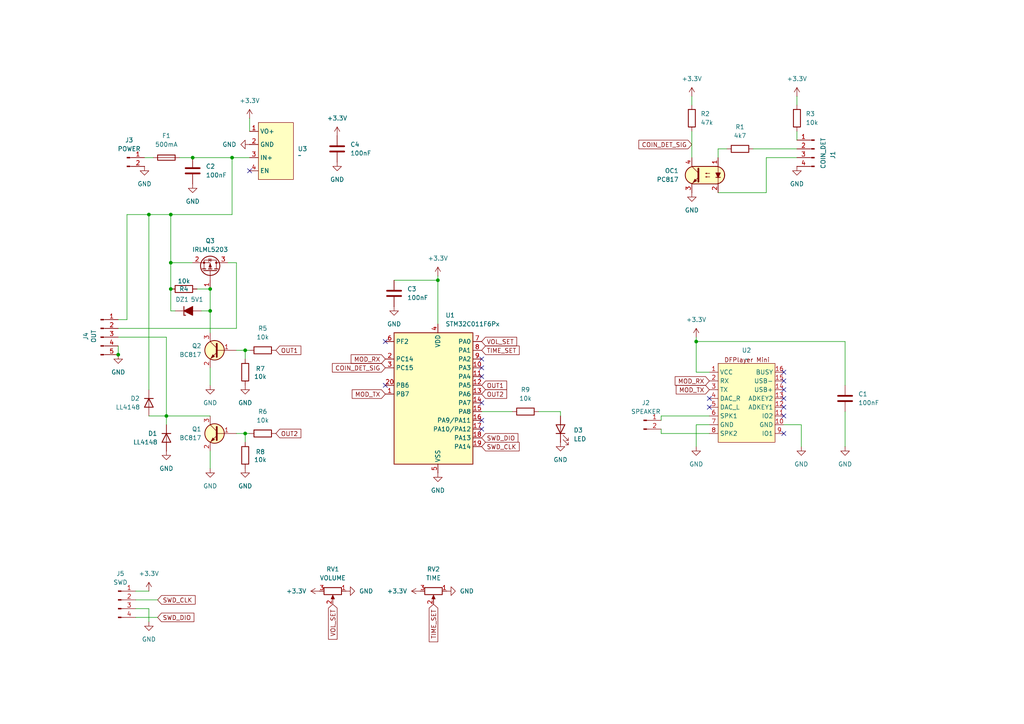
<source format=kicad_sch>
(kicad_sch (version 20231120) (generator "eeschema") (generator_version "8.0")
  (paper "A4")
  (lib_symbols
    (symbol "1MDLib:DCDC_Mini1"
      (property "Reference" "U" (at -2.286 -9.906 0))
      (symbol "DCDC_Mini1_1_1"
        (rectangle (start -6.35 7.62) (end 3.81 -8.89) (fill (type background)))
        (pin input line (at -8.89 5.08 0) (length 2.54) (name "VO+") (number "1"))
        (pin input line (at -8.89 1.27 0) (length 2.54) (name "GND") (number "2"))
        (pin input line (at -8.89 -2.54 0) (length 2.54) (name "IN+") (number "3"))
        (pin input line (at -8.89 -6.35 0) (length 2.54) (name "EN") (number "4"))
      )
    )
    (symbol "1MDLib:DFPlayerMini"
      (property "Reference" "U" (at 0 -13.208 0))
      (symbol "DFPlayerMini_1_1"
        (rectangle (start -7.62 11.43) (end 8.89 -11.43) (fill (type background)))
        (text "DFPlayer Mini" (at 0.762 12.446 0) (effects (font (size 1.27 1.27))))
        (pin input line (at -10.16 8.89 0) (length 2.54) (name "VCC") (number "1"))
        (pin input line (at 11.43 -6.35 180) (length 2.54) (name "GND") (number "10"))
        (pin input line (at 11.43 -3.81 180) (length 2.54) (name "IO2") (number "11"))
        (pin input line (at 11.43 -1.27 180) (length 2.54) (name "ADKEY1") (number "12"))
        (pin input line (at 11.43 1.27 180) (length 2.54) (name "ADKEY2") (number "13"))
        (pin input line (at 11.43 3.81 180) (length 2.54) (name "USB+") (number "14"))
        (pin input line (at 11.43 6.35 180) (length 2.54) (name "USB-") (number "15"))
        (pin input line (at 11.43 8.89 180) (length 2.54) (name "BUSY") (number "16"))
        (pin input line (at -10.16 6.35 0) (length 2.54) (name "RX") (number "2"))
        (pin input line (at -10.16 3.81 0) (length 2.54) (name "TX") (number "3"))
        (pin input line (at -10.16 1.27 0) (length 2.54) (name "DAC_R") (number "4"))
        (pin input line (at -10.16 -1.27 0) (length 2.54) (name "DAC_L") (number "5"))
        (pin input line (at -10.16 -3.81 0) (length 2.54) (name "SPK1") (number "6"))
        (pin input line (at -10.16 -6.35 0) (length 2.54) (name "GND") (number "7"))
        (pin input line (at -10.16 -8.89 0) (length 2.54) (name "SPK2") (number "8"))
        (pin input line (at 11.43 -8.89 180) (length 2.54) (name "IO1") (number "9"))
      )
    )
    (symbol "Connector:Conn_01x02_Pin" (pin_names (offset 1.016) hide)
      (property "Reference" "J" (at 0 2.54 0))
      (property "Value" "Conn_01x02_Pin" (at 0 -5.08 0))
      (symbol "Conn_01x02_Pin_1_1"
        (polyline (pts (xy 1.27 -2.54) (xy 0.8636 -2.54)) (stroke (width 0.1524)))
        (polyline (pts (xy 1.27 0) (xy 0.8636 0)) (stroke (width 0.1524)))
        (rectangle (start 0.8636 -2.413) (end 0 -2.667) (stroke (width 0.1524)) (fill (type outline)))
        (rectangle (start 0.8636 0.127) (end 0 -0.127) (stroke (width 0.1524)) (fill (type outline)))
        (pin passive line (at 5.08 0 180) (length 3.81) (name "Pin_1") (number "1"))
        (pin passive line (at 5.08 -2.54 180) (length 3.81) (name "Pin_2") (number "2"))
      )
    )
    (symbol "Connector:Conn_01x04_Pin" (pin_names (offset 1.016) hide)
      (property "Reference" "J" (at 0 5.08 0))
      (property "Value" "Conn_01x04_Pin" (at 0 -7.62 0))
      (symbol "Conn_01x04_Pin_1_1"
        (polyline (pts (xy 1.27 -5.08) (xy 0.8636 -5.08)) (stroke (width 0.1524)))
        (polyline (pts (xy 1.27 -2.54) (xy 0.8636 -2.54)) (stroke (width 0.1524)))
        (polyline (pts (xy 1.27 0) (xy 0.8636 0)) (stroke (width 0.1524)))
        (polyline (pts (xy 1.27 2.54) (xy 0.8636 2.54)) (stroke (width 0.1524)))
        (rectangle (start 0.8636 -4.953) (end 0 -5.207) (stroke (width 0.1524)) (fill (type outline)))
        (rectangle (start 0.8636 -2.413) (end 0 -2.667) (stroke (width 0.1524)) (fill (type outline)))
        (rectangle (start 0.8636 0.127) (end 0 -0.127) (stroke (width 0.1524)) (fill (type outline)))
        (rectangle (start 0.8636 2.667) (end 0 2.413) (stroke (width 0.1524)) (fill (type outline)))
        (pin passive line (at 5.08 2.54 180) (length 3.81) (name "Pin_1") (number "1"))
        (pin passive line (at 5.08 0 180) (length 3.81) (name "Pin_2") (number "2"))
        (pin passive line (at 5.08 -2.54 180) (length 3.81) (name "Pin_3") (number "3"))
        (pin passive line (at 5.08 -5.08 180) (length 3.81) (name "Pin_4") (number "4"))
      )
    )
    (symbol "Connector:Conn_01x05_Pin" (pin_names (offset 1.016) hide)
      (property "Reference" "J" (at 0 7.62 0))
      (property "Value" "Conn_01x05_Pin" (at 0 -7.62 0))
      (symbol "Conn_01x05_Pin_1_1"
        (polyline (pts (xy 1.27 -5.08) (xy 0.8636 -5.08)) (stroke (width 0.1524)))
        (polyline (pts (xy 1.27 -2.54) (xy 0.8636 -2.54)) (stroke (width 0.1524)))
        (polyline (pts (xy 1.27 0) (xy 0.8636 0)) (stroke (width 0.1524)))
        (polyline (pts (xy 1.27 2.54) (xy 0.8636 2.54)) (stroke (width 0.1524)))
        (polyline (pts (xy 1.27 5.08) (xy 0.8636 5.08)) (stroke (width 0.1524)))
        (rectangle (start 0.8636 -4.953) (end 0 -5.207) (stroke (width 0.1524)) (fill (type outline)))
        (rectangle (start 0.8636 -2.413) (end 0 -2.667) (stroke (width 0.1524)) (fill (type outline)))
        (rectangle (start 0.8636 0.127) (end 0 -0.127) (stroke (width 0.1524)) (fill (type outline)))
        (rectangle (start 0.8636 2.667) (end 0 2.413) (stroke (width 0.1524)) (fill (type outline)))
        (rectangle (start 0.8636 5.207) (end 0 4.953) (stroke (width 0.1524)) (fill (type outline)))
        (pin passive line (at 5.08 5.08 180) (length 3.81) (name "Pin_1") (number "1"))
        (pin passive line (at 5.08 2.54 180) (length 3.81) (name "Pin_2") (number "2"))
        (pin passive line (at 5.08 0 180) (length 3.81) (name "Pin_3") (number "3"))
        (pin passive line (at 5.08 -2.54 180) (length 3.81) (name "Pin_4") (number "4"))
        (pin passive line (at 5.08 -5.08 180) (length 3.81) (name "Pin_5") (number "5"))
      )
    )
    (symbol "Device:C" (pin_numbers hide) (pin_names (offset 0.254))
      (property "Reference" "C" (at 0.635 2.54 0))
      (property "Value" "C" (at 0.635 -2.54 0))
      (symbol "C_0_1"
        (polyline (pts (xy -2.032 -0.762) (xy 2.032 -0.762)) (stroke (width 0.508)))
        (polyline (pts (xy -2.032 0.762) (xy 2.032 0.762)) (stroke (width 0.508)))
      )
      (symbol "C_1_1"
        (pin passive line (at 0 3.81 270) (length 2.794) (name "~") (number "1"))
        (pin passive line (at 0 -3.81 90) (length 2.794) (name "~") (number "2"))
      )
    )
    (symbol "Device:Fuse" (pin_numbers hide) (pin_names (offset 0))
      (property "Reference" "F" (at 2.032 0 90))
      (property "Value" "Fuse" (at -1.905 0 90))
      (symbol "Fuse_0_1"
        (rectangle (start -0.762 -2.54) (end 0.762 2.54) (stroke (width 0.254)))
        (polyline (pts (xy 0 2.54) (xy 0 -2.54)))
      )
      (symbol "Fuse_1_1"
        (pin passive line (at 0 3.81 270) (length 1.27) (name "~") (number "1"))
        (pin passive line (at 0 -3.81 90) (length 1.27) (name "~") (number "2"))
      )
    )
    (symbol "Device:LED" (pin_numbers hide) (pin_names (offset 1.016) hide)
      (property "Reference" "D" (at 0 2.54 0))
      (property "Value" "LED" (at 0 -2.54 0))
      (symbol "LED_0_1"
        (polyline (pts (xy -1.27 -1.27) (xy -1.27 1.27)) (stroke (width 0.254)))
        (polyline (pts (xy -1.27 0) (xy 1.27 0)))
        (polyline (pts (xy 1.27 -1.27) (xy 1.27 1.27) (xy -1.27 0) (xy 1.27 -1.27)) (stroke (width 0.254)))
        (polyline (pts (xy -3.048 -0.762) (xy -4.572 -2.286) (xy -3.81 -2.286) (xy -4.572 -2.286) (xy -4.572 -1.524)))
        (polyline (pts (xy -1.778 -0.762) (xy -3.302 -2.286) (xy -2.54 -2.286) (xy -3.302 -2.286) (xy -3.302 -1.524)))
      )
      (symbol "LED_1_1"
        (pin passive line (at -3.81 0 0) (length 2.54) (name "K") (number "1"))
        (pin passive line (at 3.81 0 180) (length 2.54) (name "A") (number "2"))
      )
    )
    (symbol "Device:R" (pin_numbers hide) (pin_names (offset 0))
      (property "Reference" "R" (at 2.032 0 90))
      (property "Value" "R" (at 0 0 90))
      (symbol "R_0_1"
        (rectangle (start -1.016 -2.54) (end 1.016 2.54) (stroke (width 0.254)))
      )
      (symbol "R_1_1"
        (pin passive line (at 0 3.81 270) (length 1.27) (name "~") (number "1"))
        (pin passive line (at 0 -3.81 90) (length 1.27) (name "~") (number "2"))
      )
    )
    (symbol "Device:R_Potentiometer" (pin_names (offset 1.016) hide)
      (property "Reference" "RV" (at -4.445 0 90))
      (property "Value" "R_Potentiometer" (at -2.54 0 90))
      (symbol "R_Potentiometer_0_1"
        (polyline (pts (xy 2.54 0) (xy 1.524 0)))
        (polyline (pts (xy 1.143 0) (xy 2.286 0.508) (xy 2.286 -0.508) (xy 1.143 0)) (fill (type outline)))
        (rectangle (start 1.016 2.54) (end -1.016 -2.54) (stroke (width 0.254)))
      )
      (symbol "R_Potentiometer_1_1"
        (pin passive line (at 0 3.81 270) (length 1.27) (name "1") (number "1"))
        (pin passive line (at 3.81 0 180) (length 1.27) (name "2") (number "2"))
        (pin passive line (at 0 -3.81 90) (length 1.27) (name "3") (number "3"))
      )
    )
    (symbol "Diode:LL4148" (pin_numbers hide) (pin_names hide)
      (property "Reference" "D" (at 0 2.54 0))
      (property "Value" "LL4148" (at 0 -2.54 0))
      (symbol "LL4148_0_1"
        (polyline (pts (xy -1.27 1.27) (xy -1.27 -1.27)) (stroke (width 0.254)))
        (polyline (pts (xy 1.27 0) (xy -1.27 0)))
        (polyline (pts (xy 1.27 1.27) (xy 1.27 -1.27) (xy -1.27 0) (xy 1.27 1.27)) (stroke (width 0.254)))
      )
      (symbol "LL4148_1_1"
        (pin passive line (at -3.81 0 0) (length 2.54) (name "K") (number "1"))
        (pin passive line (at 3.81 0 180) (length 2.54) (name "A") (number "2"))
      )
    )
    (symbol "Diode_Zener_AKL:D_Zener_Generic" (pin_numbers hide) (pin_names (offset 1.016) hide)
      (property "Reference" "DZ" (at 0 5.08 0))
      (property "Value" "D_Zener_Generic" (at 0 2.54 0))
      (symbol "D_Zener_Generic_0_1"
        (polyline (pts (xy -1.27 0) (xy 1.27 0)))
        (polyline (pts (xy 1.27 1.27) (xy 0.762 1.27)) (stroke (width 0.254)))
        (polyline (pts (xy 1.27 1.27) (xy 1.27 -1.27)) (stroke (width 0.254)))
        (polyline (pts (xy -1.27 -1.27) (xy -1.27 1.27) (xy 1.27 0) (xy -1.27 -1.27)) (stroke (width 0.254)) (fill (type outline)))
      )
      (symbol "D_Zener_Generic_1_1"
        (pin passive line (at 3.81 0 180) (length 2.54) (name "K") (number "1"))
        (pin passive line (at -3.81 0 0) (length 2.54) (name "A") (number "2"))
      )
    )
    (symbol "MCU_ST_STM32C0:STM32C011F6Px"
      (property "Reference" "U" (at -10.16 21.59 0))
      (property "Value" "STM32C011F6Px" (at 5.08 21.59 0))
      (symbol "STM32C011F6Px_0_1"
        (rectangle (start -10.16 -17.78) (end 12.7 20.32) (stroke (width 0.254)) (fill (type background)))
      )
      (symbol "STM32C011F6Px_1_1"
        (pin bidirectional line (at -12.7 2.54 0) (length 2.54) (name "PB7") (number "1"))
        (pin bidirectional line (at 15.24 10.16 180) (length 2.54) (name "PA3") (number "10"))
        (pin bidirectional line (at 15.24 7.62 180) (length 2.54) (name "PA4") (number "11"))
        (pin bidirectional line (at 15.24 5.08 180) (length 2.54) (name "PA5") (number "12"))
        (pin bidirectional line (at 15.24 2.54 180) (length 2.54) (name "PA6") (number "13"))
        (pin bidirectional line (at 15.24 0 180) (length 2.54) (name "PA7") (number "14"))
        (pin bidirectional line (at 15.24 -2.54 180) (length 2.54) (name "PA8") (number "15"))
        (pin bidirectional line (at 15.24 -5.08 180) (length 2.54) (name "PA9/PA11") (number "16"))
        (pin bidirectional line (at 15.24 -7.62 180) (length 2.54) (name "PA10/PA12") (number "17"))
        (pin bidirectional line (at 15.24 -10.16 180) (length 2.54) (name "PA13") (number "18"))
        (pin bidirectional line (at 15.24 -12.7 180) (length 2.54) (name "PA14") (number "19"))
        (pin bidirectional line (at -12.7 12.7 0) (length 2.54) (name "PC14") (number "2"))
        (pin bidirectional line (at -12.7 5.08 0) (length 2.54) (name "PB6") (number "20"))
        (pin bidirectional line (at -12.7 10.16 0) (length 2.54) (name "PC15") (number "3"))
        (pin power_in line (at 2.54 22.86 270) (length 2.54) (name "VDD") (number "4"))
        (pin power_in line (at 2.54 -20.32 90) (length 2.54) (name "VSS") (number "5"))
        (pin bidirectional line (at -12.7 17.78 0) (length 2.54) (name "PF2") (number "6"))
        (pin bidirectional line (at 15.24 17.78 180) (length 2.54) (name "PA0") (number "7"))
        (pin bidirectional line (at 15.24 15.24 180) (length 2.54) (name "PA1") (number "8"))
        (pin bidirectional line (at 15.24 12.7 180) (length 2.54) (name "PA2") (number "9"))
      )
    )
    (symbol "Optocoupler_AKL:PC817" (pin_names (offset 1.016))
      (property "Reference" "OC" (at 6.35 1.27 0))
      (property "Value" "PC817" (at 6.35 -1.27 0))
      (symbol "PC817_0_1"
        (arc (start -3.1975 2.54) (mid -5.7151 0) (end -3.1975 -2.54) (stroke (width 0.254)))
        (polyline (pts (xy -4.445 -0.635) (xy -3.175 -0.635)) (stroke (width 0.254)))
        (polyline (pts (xy -3.175 2.54) (xy 3.175 2.54)) (stroke (width 0.254)))
        (polyline (pts (xy 1.905 0.635) (xy 3.81 2.54)))
        (polyline (pts (xy 3.175 -2.54) (xy -3.175 -2.54)) (stroke (width 0.254)))
        (polyline (pts (xy 3.81 -2.54) (xy 1.905 -0.635)) (fill (type outline)))
        (polyline (pts (xy -3.81 -2.54) (xy -3.81 -1.27) (xy -3.81 2.54)) (stroke (width 0.1524)))
        (polyline (pts (xy 1.905 1.905) (xy 1.905 -1.905) (xy 1.905 -1.905)) (stroke (width 0.508)))
        (polyline (pts (xy -3.81 -0.635) (xy -4.445 0.635) (xy -3.175 0.635) (xy -3.81 -0.635)) (stroke (width 0.254)) (fill (type outline)))
        (polyline (pts (xy -1.397 -0.508) (xy -0.127 -0.508) (xy -0.508 -0.635) (xy -0.508 -0.381) (xy -0.127 -0.508)))
        (polyline (pts (xy -1.397 0.508) (xy -0.127 0.508) (xy -0.508 0.381) (xy -0.508 0.635) (xy -0.127 0.508)))
        (polyline (pts (xy 2.413 -1.651) (xy 2.921 -1.143) (xy 3.429 -2.159) (xy 2.413 -1.651) (xy 2.413 -1.651)) (fill (type outline)))
        (polyline (pts (xy -2.54 2.54) (xy 3.429 2.54) (xy 4.318 2.286) (xy 4.699 2.032) (xy 5.08 1.651) (xy 5.461 1.016) (xy 5.715 0.381) (xy 5.715 -0.381) (xy 5.461 -1.143) (xy 4.826 -1.905) (xy 4.191 -2.286) (xy 3.302 -2.54) (xy -3.81 -2.54) (xy -3.81 -2.54) (xy -4.572 -2.032) (xy -5.08 -1.778) (xy -5.588 -0.508) (xy -5.588 0.254) (xy -5.588 1.016) (xy -5.08 1.778) (xy -4.318 2.286) (xy -3.556 2.54) (xy -2.54 2.54)) (stroke (width 0.01)) (fill (type background)))
        (arc (start 3.1975 -2.54) (mid 5.7151 0) (end 3.1975 2.54) (stroke (width 0.254)))
      )
      (symbol "PC817_1_1"
        (pin passive line (at -3.81 5.08 270) (length 2.54) (name "~") (number "1"))
        (pin passive line (at -3.81 -5.08 90) (length 2.54) (name "~") (number "2"))
        (pin passive line (at 3.81 -5.08 90) (length 2.54) (name "~") (number "3"))
        (pin passive line (at 3.81 5.08 270) (length 2.54) (name "~") (number "4"))
      )
    )
    (symbol "Transistor_BJT_AKL:BC817" (pin_names hide)
      (property "Reference" "Q" (at 5.08 1.27 0))
      (property "Value" "BC817" (at 5.08 -1.27 0))
      (symbol "BC817_0_1"
        (polyline (pts (xy 0.635 0.635) (xy 2.54 2.54)))
        (polyline (pts (xy 0.635 -0.635) (xy 2.54 -2.54) (xy 2.54 -2.54)))
        (polyline (pts (xy 0.635 1.905) (xy 0.635 -1.905) (xy 0.635 -1.905)) (stroke (width 0.508)))
        (polyline (pts (xy 1.27 -1.778) (xy 1.778 -1.27) (xy 2.286 -2.286) (xy 1.27 -1.778) (xy 1.27 -1.778)) (fill (type outline)))
        (circle (center 1.27 0) (radius 2.8194) (stroke (width 0.254)) (fill (type background)))
      )
      (symbol "BC817_1_1"
        (pin input line (at -5.08 0 0) (length 5.715) (name "B") (number "1"))
        (pin passive line (at 2.54 -5.08 90) (length 2.54) (name "E") (number "2"))
        (pin passive line (at 2.54 5.08 270) (length 2.54) (name "C") (number "3"))
      )
    )
    (symbol "Transistor_FET:IRLML5203" (pin_names hide)
      (property "Reference" "Q" (at 5.08 1.905 0))
      (property "Value" "IRLML5203" (at 5.08 0 0))
      (symbol "IRLML5203_0_1"
        (polyline (pts (xy 0.254 0) (xy -2.54 0)))
        (polyline (pts (xy 0.254 1.905) (xy 0.254 -1.905)) (stroke (width 0.254)))
        (polyline (pts (xy 0.762 -1.27) (xy 0.762 -2.286)) (stroke (width 0.254)))
        (polyline (pts (xy 0.762 0.508) (xy 0.762 -0.508)) (stroke (width 0.254)))
        (polyline (pts (xy 0.762 2.286) (xy 0.762 1.27)) (stroke (width 0.254)))
        (polyline (pts (xy 2.54 2.54) (xy 2.54 1.778)))
        (polyline (pts (xy 2.54 -2.54) (xy 2.54 0) (xy 0.762 0)))
        (polyline (pts (xy 0.762 1.778) (xy 3.302 1.778) (xy 3.302 -1.778) (xy 0.762 -1.778)))
        (polyline (pts (xy 2.286 0) (xy 1.27 0.381) (xy 1.27 -0.381) (xy 2.286 0)) (fill (type outline)))
        (polyline (pts (xy 2.794 -0.508) (xy 2.921 -0.381) (xy 3.683 -0.381) (xy 3.81 -0.254)))
        (polyline (pts (xy 3.302 -0.381) (xy 2.921 0.254) (xy 3.683 0.254) (xy 3.302 -0.381)))
        (circle (center 1.651 0) (radius 2.794) (stroke (width 0.254)))
        (circle (center 2.54 -1.778) (radius 0.254) (fill (type outline)))
        (circle (center 2.54 1.778) (radius 0.254) (fill (type outline)))
      )
      (symbol "IRLML5203_1_1"
        (pin input line (at -5.08 0 0) (length 2.54) (name "G") (number "1"))
        (pin passive line (at 2.54 -5.08 90) (length 2.54) (name "S") (number "2"))
        (pin passive line (at 2.54 5.08 270) (length 2.54) (name "D") (number "3"))
      )
    )
    (symbol "power:+3.3V" (power) (pin_numbers hide) (pin_names (offset 0) hide)
      (property "Value" "+3.3V" (at 0 3.556 0))
      (symbol "+3.3V_0_1"
        (polyline (pts (xy -0.762 1.27) (xy 0 2.54)))
        (polyline (pts (xy 0 0) (xy 0 2.54)))
        (polyline (pts (xy 0 2.54) (xy 0.762 1.27)))
      )
      (symbol "+3.3V_1_1"
        (pin power_in line (at 0 0 90) (length 0) (name "~") (number "1"))
      )
    )
    (symbol "power:GND" (power) (pin_numbers hide) (pin_names (offset 0) hide)
      (property "Value" "GND" (at 0 -3.81 0))
      (symbol "GND_0_1"
        (polyline (pts (xy 0 0) (xy 0 -1.27) (xy 1.27 -1.27) (xy 0 -2.54) (xy -1.27 -1.27) (xy 0 -1.27)))
      )
      (symbol "GND_1_1"
        (pin power_in line (at 0 0 270) (length 0) (name "~") (number "1"))
      )
    )
  )
  (junction (at 60.96 90.17))
  (junction (at 127 81.28))
  (junction (at 60.96 83.82))
  (junction (at 49.53 76.2))
  (junction (at 34.29 102.87))
  (junction (at 201.93 99.06))
  (junction (at 71.12 101.6))
  (junction (at 55.88 45.72))
  (junction (at 48.26 120.65))
  (junction (at 43.18 62.23))
  (junction (at 67.31 45.72))
  (junction (at 71.12 125.73))
  (junction (at 49.53 62.23))
  (junction (at 49.53 83.82))
  (no_connect (at 139.7 109.22))
  (no_connect (at 111.76 99.06))
  (no_connect (at 227.33 120.65))
  (no_connect (at 139.7 104.14))
  (no_connect (at 111.76 111.76))
  (no_connect (at 227.33 107.95))
  (no_connect (at 72.39 49.53))
  (no_connect (at 139.7 106.68))
  (no_connect (at 227.33 118.11))
  (no_connect (at 139.7 116.84))
  (no_connect (at 139.7 121.92))
  (no_connect (at 205.74 115.57))
  (no_connect (at 205.74 118.11))
  (no_connect (at 227.33 125.73))
  (no_connect (at 227.33 113.03))
  (no_connect (at 227.33 110.49))
  (no_connect (at 139.7 124.46))
  (no_connect (at 227.33 115.57))
  (wire (pts (xy 49.53 76.2) (xy 55.88 76.2)))
  (wire (pts (xy 231.14 27.94) (xy 231.14 30.48)))
  (wire (pts (xy 39.37 173.99) (xy 45.72 173.99)))
  (wire (pts (xy 139.7 119.38) (xy 148.59 119.38)))
  (wire (pts (xy 55.88 45.72) (xy 67.31 45.72)))
  (wire (pts (xy 232.41 123.19) (xy 232.41 129.54)))
  (wire (pts (xy 49.53 76.2) (xy 49.53 62.23)))
  (wire (pts (xy 222.25 45.72) (xy 231.14 45.72)))
  (wire (pts (xy 245.11 111.76) (xy 245.11 99.06)))
  (wire (pts (xy 52.07 45.72) (xy 55.88 45.72)))
  (wire (pts (xy 58.42 90.17) (xy 60.96 90.17)))
  (wire (pts (xy 71.12 125.73) (xy 72.39 125.73)))
  (wire (pts (xy 200.66 38.1) (xy 200.66 45.72)))
  (wire (pts (xy 208.28 55.88) (xy 222.25 55.88)))
  (wire (pts (xy 191.77 125.73) (xy 205.74 125.73)))
  (wire (pts (xy 71.12 125.73) (xy 71.12 128.27)))
  (wire (pts (xy 227.33 123.19) (xy 232.41 123.19)))
  (wire (pts (xy 60.96 83.82) (xy 60.96 90.17)))
  (wire (pts (xy 60.96 90.17) (xy 60.96 96.52)))
  (wire (pts (xy 201.93 97.79) (xy 201.93 99.06)))
  (wire (pts (xy 68.58 101.6) (xy 71.12 101.6)))
  (wire (pts (xy 49.53 76.2) (xy 49.53 83.82)))
  (wire (pts (xy 245.11 119.38) (xy 245.11 129.54)))
  (wire (pts (xy 162.56 119.38) (xy 162.56 120.65)))
  (wire (pts (xy 66.04 76.2) (xy 68.58 76.2)))
  (wire (pts (xy 60.96 106.68) (xy 60.96 111.76)))
  (wire (pts (xy 71.12 101.6) (xy 71.12 104.14)))
  (wire (pts (xy 48.26 97.79) (xy 34.29 97.79)))
  (wire (pts (xy 208.28 43.18) (xy 208.28 45.72)))
  (wire (pts (xy 49.53 83.82) (xy 49.53 90.17)))
  (wire (pts (xy 201.93 99.06) (xy 245.11 99.06)))
  (wire (pts (xy 48.26 120.65) (xy 48.26 123.19)))
  (wire (pts (xy 127 81.28) (xy 127 93.98)))
  (wire (pts (xy 34.29 100.33) (xy 34.29 102.87)))
  (wire (pts (xy 39.37 179.07) (xy 45.72 179.07)))
  (wire (pts (xy 127 80.01) (xy 127 81.28)))
  (wire (pts (xy 43.18 120.65) (xy 48.26 120.65)))
  (wire (pts (xy 222.25 55.88) (xy 222.25 45.72)))
  (wire (pts (xy 68.58 95.25) (xy 34.29 95.25)))
  (wire (pts (xy 218.44 43.18) (xy 231.14 43.18)))
  (wire (pts (xy 200.66 27.94) (xy 200.66 30.48)))
  (wire (pts (xy 231.14 38.1) (xy 231.14 40.64)))
  (wire (pts (xy 210.82 43.18) (xy 208.28 43.18)))
  (wire (pts (xy 201.93 123.19) (xy 205.74 123.19)))
  (wire (pts (xy 201.93 107.95) (xy 205.74 107.95)))
  (wire (pts (xy 201.93 129.54) (xy 201.93 123.19)))
  (wire (pts (xy 71.12 101.6) (xy 72.39 101.6)))
  (wire (pts (xy 34.29 92.71) (xy 36.83 92.71)))
  (wire (pts (xy 67.31 45.72) (xy 67.31 62.23)))
  (wire (pts (xy 201.93 99.06) (xy 201.93 107.95)))
  (wire (pts (xy 39.37 171.45) (xy 43.18 171.45)))
  (wire (pts (xy 36.83 62.23) (xy 43.18 62.23)))
  (wire (pts (xy 60.96 120.65) (xy 48.26 120.65)))
  (wire (pts (xy 43.18 176.53) (xy 43.18 180.34)))
  (wire (pts (xy 68.58 125.73) (xy 71.12 125.73)))
  (wire (pts (xy 43.18 62.23) (xy 49.53 62.23)))
  (wire (pts (xy 57.15 83.82) (xy 60.96 83.82)))
  (wire (pts (xy 49.53 62.23) (xy 67.31 62.23)))
  (wire (pts (xy 68.58 76.2) (xy 68.58 95.25)))
  (wire (pts (xy 67.31 45.72) (xy 72.39 45.72)))
  (wire (pts (xy 72.39 34.29) (xy 72.39 38.1)))
  (wire (pts (xy 60.96 130.81) (xy 60.96 135.89)))
  (wire (pts (xy 43.18 62.23) (xy 43.18 113.03)))
  (wire (pts (xy 191.77 120.65) (xy 205.74 120.65)))
  (wire (pts (xy 48.26 120.65) (xy 48.26 97.79)))
  (wire (pts (xy 36.83 92.71) (xy 36.83 62.23)))
  (wire (pts (xy 191.77 121.92) (xy 191.77 120.65)))
  (wire (pts (xy 191.77 124.46) (xy 191.77 125.73)))
  (wire (pts (xy 114.3 81.28) (xy 127 81.28)))
  (wire (pts (xy 156.21 119.38) (xy 162.56 119.38)))
  (wire (pts (xy 39.37 176.53) (xy 43.18 176.53)))
  (wire (pts (xy 41.91 45.72) (xy 44.45 45.72)))
  (wire (pts (xy 49.53 90.17) (xy 50.8 90.17)))
  (global_label "VOL_SET" (shape input) (at 139.7 99.06 0) (property "Intersheetrefs" "${INTERSHEET_REFS}" (effects (hide yes))))
  (global_label "SWD_DIO" (shape input) (at 139.7 127 0) (property "Intersheetrefs" "${INTERSHEET_REFS}" (effects (hide yes))))
  (global_label "MOD_TX" (shape input) (at 111.76 114.3 180) (property "Intersheetrefs" "${INTERSHEET_REFS}" (effects (hide yes))))
  (global_label "OUT2" (shape input) (at 139.7 114.3 0) (property "Intersheetrefs" "${INTERSHEET_REFS}" (effects (hide yes))))
  (global_label "TIME_SET" (shape input) (at 139.7 101.6 0) (property "Intersheetrefs" "${INTERSHEET_REFS}" (effects (hide yes))))
  (global_label "OUT1" (shape input) (at 139.7 111.76 0) (property "Intersheetrefs" "${INTERSHEET_REFS}" (effects (hide yes))))
  (global_label "COIN_DET_SIG" (shape input) (at 200.66 41.91 180) (property "Intersheetrefs" "${INTERSHEET_REFS}" (effects (hide yes))))
  (global_label "SWD_CLK" (shape input) (at 139.7 129.54 0) (property "Intersheetrefs" "${INTERSHEET_REFS}" (effects (hide yes))))
  (global_label "SWD_CLK" (shape input) (at 45.72 173.99 0) (property "Intersheetrefs" "${INTERSHEET_REFS}" (effects (hide yes))))
  (global_label "SWD_DIO" (shape input) (at 45.72 179.07 0) (property "Intersheetrefs" "${INTERSHEET_REFS}" (effects (hide yes))))
  (global_label "TIME_SET" (shape input) (at 125.73 175.26 270) (property "Intersheetrefs" "${INTERSHEET_REFS}" (effects (hide yes))))
  (global_label "VOL_SET" (shape input) (at 96.52 175.26 270) (property "Intersheetrefs" "${INTERSHEET_REFS}" (effects (hide yes))))
  (global_label "MOD_RX" (shape input) (at 205.74 110.49 180) (property "Intersheetrefs" "${INTERSHEET_REFS}" (effects (hide yes))))
  (global_label "MOD_RX" (shape input) (at 111.76 104.14 180) (property "Intersheetrefs" "${INTERSHEET_REFS}" (effects (hide yes))))
  (global_label "OUT1" (shape input) (at 80.01 101.6 0) (property "Intersheetrefs" "${INTERSHEET_REFS}" (effects (hide yes))))
  (global_label "COIN_DET_SIG" (shape input) (at 111.76 106.68 180) (property "Intersheetrefs" "${INTERSHEET_REFS}" (effects (hide yes))))
  (global_label "MOD_TX" (shape input) (at 205.74 113.03 180) (property "Intersheetrefs" "${INTERSHEET_REFS}" (effects (hide yes))))
  (global_label "OUT2" (shape input) (at 80.01 125.73 0) (property "Intersheetrefs" "${INTERSHEET_REFS}" (effects (hide yes))))
  (symbol (lib_id "1MDLib:DCDC_Mini1") (at 81.28 43.18 0) (unit 1)
    (property "Reference" "U3" (at 86.36 43.1799 0) (effects (justify left)))
    (property "Value" "~" (at 86.36 45.085 0) (effects (justify left)))
    (property "Footprint" "MDLib:DCDC_PRESET" (effects (hide yes)))
  )
  (symbol (lib_id "power:+3.3V") (at 97.79 39.37 0) (unit 1)
    (property "Reference" "#PWR014" (effects (hide yes)))
    (property "Value" "+3.3V" (at 97.79 34.29 0))
    (property "Description" "Power symbol creates a global label with name \"+3.3V\"" (effects (hide yes)))
  )
  (symbol (lib_id "power:+3.3V") (at 200.66 27.94 0) (unit 1)
    (property "Reference" "#PWR06" (effects (hide yes)))
    (property "Value" "+3.3V" (at 200.66 22.86 0))
    (property "Description" "Power symbol creates a global label with name \"+3.3V\"" (effects (hide yes)))
  )
  (symbol (lib_id "power:GND") (at 127 137.16 0) (unit 1)
    (property "Reference" "#PWR023" (effects (hide yes)))
    (property "Value" "GND" (at 127 142.24 0))
    (property "Description" "Power symbol creates a global label with name \"GND\" , ground" (effects (hide yes)))
  )
  (symbol (lib_id "Device:R_Potentiometer") (at 125.73 171.45 270) (unit 1)
    (property "Reference" "RV2" (at 125.73 165.1 90))
    (property "Value" "TIME" (at 125.73 167.64 90))
    (property "Footprint" "MDLib:POT_BLUE" (effects (hide yes)))
    (property "Description" "Potentiometer" (effects (hide yes)))
  )
  (symbol (lib_id "power:GND") (at 162.56 128.27 0) (unit 1)
    (property "Reference" "#PWR030" (effects (hide yes)))
    (property "Value" "GND" (at 162.56 133.35 0))
    (property "Description" "Power symbol creates a global label with name \"GND\" , ground" (effects (hide yes)))
  )
  (symbol (lib_id "power:GND") (at 97.79 46.99 0) (unit 1)
    (property "Reference" "#PWR013" (effects (hide yes)))
    (property "Value" "GND" (at 97.79 52.07 0))
    (property "Description" "Power symbol creates a global label with name \"GND\" , ground" (effects (hide yes)))
  )
  (symbol (lib_id "power:GND") (at 232.41 129.54 0) (unit 1)
    (property "Reference" "#PWR010" (effects (hide yes)))
    (property "Value" "GND" (at 232.41 134.62 0))
    (property "Description" "Power symbol creates a global label with name \"GND\" , ground" (effects (hide yes)))
  )
  (symbol (lib_id "power:+3.3V") (at 127 80.01 0) (unit 1)
    (property "Reference" "#PWR021" (effects (hide yes)))
    (property "Value" "+3.3V" (at 127 74.93 0))
    (property "Description" "Power symbol creates a global label with name \"+3.3V\"" (effects (hide yes)))
  )
  (symbol (lib_id "Diode:LL4148") (at 43.18 116.84 90) (mirror x) (unit 1)
    (property "Reference" "D2" (at 37.846 115.57 90) (effects (justify right)))
    (property "Value" "LL4148" (at 33.528 118.11 90) (effects (justify right)))
    (property "Footprint" "Diode_SMD:D_MiniMELF" (effects (hide yes)))
    (property "Datasheet" "http://www.vishay.com/docs/85557/ll4148.pdf" (effects (hide yes)))
    (property "Description" "100V 0.15A standard switching diode, MiniMELF" (effects (hide yes)))
    (property "Sim.Device" "D" (effects (hide yes)))
    (property "Sim.Pins" "1=K 2=A" (effects (hide yes)))
  )
  (symbol (lib_id "Device:R_Potentiometer") (at 96.52 171.45 270) (unit 1)
    (property "Reference" "RV1" (at 96.52 165.1 90))
    (property "Value" "VOLUME" (at 96.52 167.64 90))
    (property "Footprint" "MDLib:POT_BLUE" (effects (hide yes)))
    (property "Description" "Potentiometer" (effects (hide yes)))
  )
  (symbol (lib_id "Device:Fuse") (at 48.26 45.72 90) (unit 1)
    (property "Reference" "F1" (at 48.26 39.37 90))
    (property "Value" "500mA" (at 48.26 41.91 90))
    (property "Footprint" "Fuse:Fuse_1206_3216Metric_Pad1.42x1.75mm_HandSolder" (effects (hide yes)))
    (property "Description" "Fuse" (effects (hide yes)))
  )
  (symbol (lib_id "Device:R") (at 231.14 34.29 0) (unit 1)
    (property "Reference" "R3" (at 233.68 33.0199 0) (effects (justify left)))
    (property "Value" "10k" (at 233.68 35.5599 0) (effects (justify left)))
    (property "Footprint" "Resistor_SMD:R_0805_2012Metric" (effects (hide yes)))
    (property "Description" "Resistor" (effects (hide yes)))
  )
  (symbol (lib_id "power:GND") (at 71.12 111.76 0) (unit 1)
    (property "Reference" "#PWR028" (effects (hide yes)))
    (property "Value" "GND" (at 71.12 116.84 0))
    (property "Description" "Power symbol creates a global label with name \"GND\" , ground" (effects (hide yes)))
  )
  (symbol (lib_id "power:GND") (at 34.29 102.87 0) (unit 1)
    (property "Reference" "#PWR024" (effects (hide yes)))
    (property "Value" "GND" (at 34.29 107.95 0))
    (property "Description" "Power symbol creates a global label with name \"GND\" , ground" (effects (hide yes)))
  )
  (symbol (lib_id "Device:R") (at 71.12 132.08 180) (unit 1)
    (property "Reference" "R8" (at 74.168 131.064 0) (effects (justify right)))
    (property "Value" "10k" (at 73.66 133.3499 0) (effects (justify right)))
    (property "Footprint" "Resistor_SMD:R_0805_2012Metric" (effects (hide yes)))
    (property "Description" "Resistor" (effects (hide yes)))
  )
  (symbol (lib_id "Device:LED") (at 162.56 124.46 90) (unit 1)
    (property "Reference" "D3" (at 166.37 124.7774 90) (effects (justify right)))
    (property "Value" "LED" (at 166.37 127.3174 90) (effects (justify right)))
    (property "Footprint" "LED_THT:LED_D3.0mm" (effects (hide yes)))
    (property "Description" "Light emitting diode" (effects (hide yes)))
  )
  (symbol (lib_id "Device:R") (at 214.63 43.18 90) (unit 1)
    (property "Reference" "R1" (at 214.63 36.83 90))
    (property "Value" "4k7" (at 214.63 39.37 90))
    (property "Footprint" "Resistor_SMD:R_0805_2012Metric" (effects (hide yes)))
    (property "Description" "Resistor" (effects (hide yes)))
  )
  (symbol (lib_id "Device:C") (at 114.3 85.09 0) (unit 1)
    (property "Reference" "C3" (at 118.11 83.8199 0) (effects (justify left)))
    (property "Value" "100nF" (at 118.11 86.3599 0) (effects (justify left)))
    (property "Footprint" "Capacitor_SMD:C_0805_2012Metric" (effects (hide yes)))
    (property "Description" "Unpolarized capacitor" (effects (hide yes)))
  )
  (symbol (lib_id "power:GND") (at 71.12 135.89 0) (unit 1)
    (property "Reference" "#PWR029" (effects (hide yes)))
    (property "Value" "GND" (at 71.12 140.97 0))
    (property "Description" "Power symbol creates a global label with name \"GND\" , ground" (effects (hide yes)))
  )
  (symbol (lib_id "power:+3.3V") (at 43.18 171.45 0) (unit 1)
    (property "Reference" "#PWR015" (effects (hide yes)))
    (property "Value" "+3.3V" (at 43.18 166.37 0))
    (property "Description" "Power symbol creates a global label with name \"+3.3V\"" (effects (hide yes)))
  )
  (symbol (lib_id "Connector:Conn_01x05_Pin") (at 29.21 97.79 0) (unit 1)
    (property "Reference" "J4" (at 24.892 97.536 90))
    (property "Value" "OUT" (at 27.178 97.536 90))
    (property "Footprint" "Connector_PinHeader_2.54mm:PinHeader_1x05_P2.54mm_Vertical" (effects (hide yes)))
    (property "Description" "Generic connector, single row, 01x05, script generated" (effects (hide yes)))
  )
  (symbol (lib_id "Device:R") (at 71.12 107.95 180) (unit 1)
    (property "Reference" "R7" (at 74.168 106.934 0) (effects (justify right)))
    (property "Value" "10k" (at 73.66 109.2199 0) (effects (justify right)))
    (property "Footprint" "Resistor_SMD:R_0805_2012Metric" (effects (hide yes)))
    (property "Description" "Resistor" (effects (hide yes)))
  )
  (symbol (lib_id "power:+3.3V") (at 72.39 34.29 0) (unit 1)
    (property "Reference" "#PWR04" (effects (hide yes)))
    (property "Value" "+3.3V" (at 72.39 29.21 0))
    (property "Description" "Power symbol creates a global label with name \"+3.3V\"" (effects (hide yes)))
  )
  (symbol (lib_id "power:+3.3V") (at 92.71 171.45 90) (unit 1)
    (property "Reference" "#PWR019" (effects (hide yes)))
    (property "Value" "+3.3V" (at 88.9 171.4499 90) (effects (justify left)))
    (property "Description" "Power symbol creates a global label with name \"+3.3V\"" (effects (hide yes)))
  )
  (symbol (lib_id "Device:C") (at 97.79 43.18 0) (unit 1)
    (property "Reference" "C4" (at 101.6 41.9099 0) (effects (justify left)))
    (property "Value" "100nF" (at 101.6 44.4499 0) (effects (justify left)))
    (property "Footprint" "Capacitor_SMD:C_0805_2012Metric" (effects (hide yes)))
    (property "Description" "Unpolarized capacitor" (effects (hide yes)))
  )
  (symbol (lib_id "power:GND") (at 55.88 53.34 0) (unit 1)
    (property "Reference" "#PWR01" (effects (hide yes)))
    (property "Value" "GND" (at 55.88 58.42 0))
    (property "Description" "Power symbol creates a global label with name \"GND\" , ground" (effects (hide yes)))
  )
  (symbol (lib_id "Connector:Conn_01x02_Pin") (at 186.69 121.92 0) (unit 1)
    (property "Reference" "J2" (at 187.325 116.84 0))
    (property "Value" "SPEAKER" (at 187.325 119.38 0))
    (property "Footprint" "Connector_PinHeader_2.54mm:PinHeader_1x02_P2.54mm_Vertical" (effects (hide yes)))
    (property "Description" "Generic connector, single row, 01x02, script generated" (effects (hide yes)))
  )
  (symbol (lib_id "power:GND") (at 201.93 129.54 0) (unit 1)
    (property "Reference" "#PWR09" (effects (hide yes)))
    (property "Value" "GND" (at 201.93 134.62 0))
    (property "Description" "Power symbol creates a global label with name \"GND\" , ground" (effects (hide yes)))
  )
  (symbol (lib_id "Transistor_FET:IRLML5203") (at 60.96 78.74 270) (mirror x) (unit 1)
    (property "Reference" "Q3" (at 60.96 69.85 90))
    (property "Value" "IRLML5203" (at 60.96 72.39 90))
    (property "Footprint" "Package_TO_SOT_SMD:SOT-23" (effects (hide yes)))
    (property "Datasheet" "https://www.infineon.com/dgdl/irlml5203pbf.pdf?fileId=5546d462533600a40153566868da261d" (effects (hide yes)))
    (property "Description" "-3.0A Id, -30V Vds, 98mOhm Rds, P-Channel HEXFET Power MOSFET, SOT-23" (effects (hide yes)))
  )
  (symbol (lib_id "1MDLib:DFPlayerMini") (at 215.9 116.84 0) (unit 1)
    (property "Reference" "U2" (at 216.535 101.6 0))
    (property "Value" "~" (at 216.535 104.14 0))
    (property "Footprint" "MDLib:DFPlayerMini" (effects (hide yes)))
  )
  (symbol (lib_id "Device:R") (at 200.66 34.29 0) (unit 1)
    (property "Reference" "R2" (at 203.2 33.0199 0) (effects (justify left)))
    (property "Value" "47k" (at 203.2 35.5599 0) (effects (justify left)))
    (property "Footprint" "Resistor_SMD:R_0805_2012Metric" (effects (hide yes)))
    (property "Description" "Resistor" (effects (hide yes)))
  )
  (symbol (lib_id "power:GND") (at 100.33 171.45 90) (unit 1)
    (property "Reference" "#PWR018" (effects (hide yes)))
    (property "Value" "GND" (at 104.14 171.4499 90) (effects (justify right)))
    (property "Description" "Power symbol creates a global label with name \"GND\" , ground" (effects (hide yes)))
  )
  (symbol (lib_id "power:GND") (at 231.14 48.26 0) (unit 1)
    (property "Reference" "#PWR07" (effects (hide yes)))
    (property "Value" "GND" (at 231.14 53.34 0))
    (property "Description" "Power symbol creates a global label with name \"GND\" , ground" (effects (hide yes)))
  )
  (symbol (lib_id "power:GND") (at 129.54 171.45 90) (unit 1)
    (property "Reference" "#PWR017" (effects (hide yes)))
    (property "Value" "GND" (at 133.35 171.4499 90) (effects (justify right)))
    (property "Description" "Power symbol creates a global label with name \"GND\" , ground" (effects (hide yes)))
  )
  (symbol (lib_id "power:GND") (at 114.3 88.9 0) (unit 1)
    (property "Reference" "#PWR022" (effects (hide yes)))
    (property "Value" "GND" (at 114.3 93.98 0))
    (property "Description" "Power symbol creates a global label with name \"GND\" , ground" (effects (hide yes)))
  )
  (symbol (lib_id "power:GND") (at 245.11 129.54 0) (unit 1)
    (property "Reference" "#PWR011" (effects (hide yes)))
    (property "Value" "GND" (at 245.11 134.62 0))
    (property "Description" "Power symbol creates a global label with name \"GND\" , ground" (effects (hide yes)))
  )
  (symbol (lib_id "power:+3.3V") (at 201.93 97.79 0) (unit 1)
    (property "Reference" "#PWR012" (effects (hide yes)))
    (property "Value" "+3.3V" (at 201.93 92.71 0))
    (property "Description" "Power symbol creates a global label with name \"+3.3V\"" (effects (hide yes)))
  )
  (symbol (lib_id "Device:R") (at 152.4 119.38 90) (unit 1)
    (property "Reference" "R9" (at 152.4 113.03 90))
    (property "Value" "10k" (at 152.4 115.57 90))
    (property "Footprint" "Resistor_SMD:R_0805_2012Metric" (effects (hide yes)))
    (property "Description" "Resistor" (effects (hide yes)))
  )
  (symbol (lib_id "Diode_Zener_AKL:D_Zener_Generic") (at 54.61 90.17 180) (unit 1)
    (property "Reference" "DZ1" (at 52.832 86.868 0))
    (property "Value" "5V1" (at 57.15 86.868 0))
    (property "Footprint" "Diode_THT:D_T-1_P5.08mm_Horizontal" (effects (hide yes)))
    (property "Description" "Zener diode, generic symbol, Alternate KiCAD Library" (effects (hide yes)))
  )
  (symbol (lib_id "Diode:LL4148") (at 48.26 127 90) (mirror x) (unit 1)
    (property "Reference" "D1" (at 42.926 125.73 90) (effects (justify right)))
    (property "Value" "LL4148" (at 38.608 128.27 90) (effects (justify right)))
    (property "Footprint" "Diode_SMD:D_MiniMELF" (effects (hide yes)))
    (property "Datasheet" "http://www.vishay.com/docs/85557/ll4148.pdf" (effects (hide yes)))
    (property "Description" "100V 0.15A standard switching diode, MiniMELF" (effects (hide yes)))
    (property "Sim.Device" "D" (effects (hide yes)))
    (property "Sim.Pins" "1=K 2=A" (effects (hide yes)))
  )
  (symbol (lib_id "power:GND") (at 200.66 55.88 0) (unit 1)
    (property "Reference" "#PWR05" (effects (hide yes)))
    (property "Value" "GND" (at 200.66 60.96 0))
    (property "Description" "Power symbol creates a global label with name \"GND\" , ground" (effects (hide yes)))
  )
  (symbol (lib_id "Connector:Conn_01x02_Pin") (at 36.83 45.72 0) (unit 1)
    (property "Reference" "J3" (at 37.465 40.64 0))
    (property "Value" "POWER" (at 37.465 43.18 0))
    (property "Footprint" "Connector_PinHeader_2.54mm:PinHeader_1x02_P2.54mm_Vertical" (effects (hide yes)))
    (property "Description" "Generic connector, single row, 01x02, script generated" (effects (hide yes)))
  )
  (symbol (lib_id "Transistor_BJT_AKL:BC817") (at 63.5 101.6 0) (mirror y) (unit 1)
    (property "Reference" "Q2" (at 58.42 100.3299 0) (effects (justify left)))
    (property "Value" "BC817" (at 58.42 102.8699 0) (effects (justify left)))
    (property "Footprint" "Package_TO_SOT_SMD:SOT-23" (effects (hide yes)))
    (property "Datasheet" "https://www.tme.eu/Document/7b5ea7386544f524d0315334956093bb/BC817-16.215.pdf" (effects (hide yes)))
    (property "Description" "NPN SOT-23 transistor, 45V, 500mA, 250mW, Complementary to BC807, Alternate KiCAD Library" (effects (hide yes)))
  )
  (symbol (lib_id "power:GND") (at 72.39 41.91 270) (unit 1)
    (property "Reference" "#PWR03" (effects (hide yes)))
    (property "Value" "GND" (at 68.58 41.9099 90) (effects (justify right)))
    (property "Description" "Power symbol creates a global label with name \"GND\" , ground" (effects (hide yes)))
  )
  (symbol (lib_id "power:GND") (at 48.26 130.81 0) (unit 1)
    (property "Reference" "#PWR027" (effects (hide yes)))
    (property "Value" "GND" (at 48.26 135.89 0))
    (property "Description" "Power symbol creates a global label with name \"GND\" , ground" (effects (hide yes)))
  )
  (symbol (lib_id "power:GND") (at 43.18 180.34 0) (unit 1)
    (property "Reference" "#PWR016" (effects (hide yes)))
    (property "Value" "GND" (at 43.18 185.42 0))
    (property "Description" "Power symbol creates a global label with name \"GND\" , ground" (effects (hide yes)))
  )
  (symbol (lib_id "Optocoupler_AKL:PC817") (at 204.47 50.8 0) (mirror y) (unit 1)
    (property "Reference" "OC1" (at 196.85 49.5299 0) (effects (justify left)))
    (property "Value" "PC817" (at 196.85 52.0699 0) (effects (justify left)))
    (property "Footprint" "Package_DIP:DIP-4_W7.62mm" (effects (hide yes)))
    (property "Datasheet" "https://www.tme.eu/Document/7534c9f89aa4b1eba4ec90182e378328/PC817_2_3_47.pdf" (effects (hide yes)))
    (property "Description" "DIP-4 Optocoupler, Transistor output, 5kV, 4us, Alternate KiCAD Library" (effects (hide yes)))
  )
  (symbol (lib_id "power:GND") (at 60.96 135.89 0) (unit 1)
    (property "Reference" "#PWR025" (effects (hide yes)))
    (property "Value" "GND" (at 60.96 140.97 0))
    (property "Description" "Power symbol creates a global label with name \"GND\" , ground" (effects (hide yes)))
  )
  (symbol (lib_id "Connector:Conn_01x04_Pin") (at 236.22 43.18 0) (mirror y) (unit 1)
    (property "Reference" "J1" (at 241.554 44.958 90))
    (property "Value" "COIN_DET" (at 238.76 44.45 90))
    (property "Footprint" "Connector_PinHeader_2.54mm:PinHeader_1x04_P2.54mm_Vertical" (effects (hide yes)))
    (property "Description" "Generic connector, single row, 01x04, script generated" (effects (hide yes)))
  )
  (symbol (lib_id "Device:C") (at 245.11 115.57 0) (unit 1)
    (property "Reference" "C1" (at 248.92 114.2999 0) (effects (justify left)))
    (property "Value" "100nF" (at 248.92 116.8399 0) (effects (justify left)))
    (property "Footprint" "Capacitor_SMD:C_0805_2012Metric" (effects (hide yes)))
    (property "Description" "Unpolarized capacitor" (effects (hide yes)))
  )
  (symbol (lib_id "Connector:Conn_01x04_Pin") (at 34.29 173.99 0) (unit 1)
    (property "Reference" "J5" (at 34.925 166.37 0))
    (property "Value" "SWD" (at 34.925 168.91 0))
    (property "Footprint" "Connector_PinHeader_2.54mm:PinHeader_1x04_P2.54mm_Vertical" (effects (hide yes)))
    (property "Description" "Generic connector, single row, 01x04, script generated" (effects (hide yes)))
  )
  (symbol (lib_id "Device:C") (at 55.88 49.53 0) (unit 1)
    (property "Reference" "C2" (at 59.69 48.2599 0) (effects (justify left)))
    (property "Value" "100nF" (at 59.69 50.7999 0) (effects (justify left)))
    (property "Footprint" "Capacitor_SMD:C_0805_2012Metric" (effects (hide yes)))
    (property "Description" "Unpolarized capacitor" (effects (hide yes)))
  )
  (symbol (lib_id "power:+3.3V") (at 121.92 171.45 90) (unit 1)
    (property "Reference" "#PWR020" (effects (hide yes)))
    (property "Value" "+3.3V" (at 118.11 171.4499 90) (effects (justify left)))
    (property "Description" "Power symbol creates a global label with name \"+3.3V\"" (effects (hide yes)))
  )
  (symbol (lib_id "Device:R") (at 76.2 125.73 90) (unit 1)
    (property "Reference" "R6" (at 76.2 119.38 90))
    (property "Value" "10k" (at 76.2 121.92 90))
    (property "Footprint" "Resistor_SMD:R_0805_2012Metric" (effects (hide yes)))
    (property "Description" "Resistor" (effects (hide yes)))
  )
  (symbol (lib_id "Device:R") (at 53.34 83.82 90) (unit 1)
    (property "Reference" "R4" (at 53.34 83.82 90))
    (property "Value" "10k" (at 53.34 81.534 90))
    (property "Footprint" "Resistor_SMD:R_0805_2012Metric" (effects (hide yes)))
    (property "Description" "Resistor" (effects (hide yes)))
  )
  (symbol (lib_id "power:GND") (at 60.96 111.76 0) (unit 1)
    (property "Reference" "#PWR026" (effects (hide yes)))
    (property "Value" "GND" (at 60.96 116.84 0))
    (property "Description" "Power symbol creates a global label with name \"GND\" , ground" (effects (hide yes)))
  )
  (symbol (lib_id "power:+3.3V") (at 231.14 27.94 0) (unit 1)
    (property "Reference" "#PWR08" (effects (hide yes)))
    (property "Value" "+3.3V" (at 231.14 22.86 0))
    (property "Description" "Power symbol creates a global label with name \"+3.3V\"" (effects (hide yes)))
  )
  (symbol (lib_id "Transistor_BJT_AKL:BC817") (at 63.5 125.73 0) (mirror y) (unit 1)
    (property "Reference" "Q1" (at 58.42 124.4599 0) (effects (justify left)))
    (property "Value" "BC817" (at 58.42 126.9999 0) (effects (justify left)))
    (property "Footprint" "Package_TO_SOT_SMD:SOT-23" (effects (hide yes)))
    (property "Datasheet" "https://www.tme.eu/Document/7b5ea7386544f524d0315334956093bb/BC817-16.215.pdf" (effects (hide yes)))
    (property "Description" "NPN SOT-23 transistor, 45V, 500mA, 250mW, Complementary to BC807, Alternate KiCAD Library" (effects (hide yes)))
  )
  (symbol (lib_id "power:GND") (at 41.91 48.26 0) (unit 1)
    (property "Reference" "#PWR02" (effects (hide yes)))
    (property "Value" "GND" (at 41.91 53.34 0))
    (property "Description" "Power symbol creates a global label with name \"GND\" , ground" (effects (hide yes)))
  )
  (symbol (lib_id "Device:R") (at 76.2 101.6 90) (unit 1)
    (property "Reference" "R5" (at 76.2 95.25 90))
    (property "Value" "10k" (at 76.2 97.79 90))
    (property "Footprint" "Resistor_SMD:R_0805_2012Metric" (effects (hide yes)))
    (property "Description" "Resistor" (effects (hide yes)))
  )
  (symbol (lib_id "MCU_ST_STM32C0:STM32C011F6Px") (at 124.46 116.84 0) (unit 1)
    (property "Reference" "U1" (at 129.1941 91.44 0) (effects (justify left)))
    (property "Value" "STM32C011F6Px" (at 129.1941 93.98 0) (effects (justify left)))
    (property "Footprint" "Package_SO:TSSOP-20_4.4x6.5mm_P0.65mm" (effects (hide yes)))
    (property "Datasheet" "https://www.st.com/resource/en/datasheet/stm32c011f6.pdf" (effects (hide yes)))
    (property "Description" "STMicroelectronics Arm Cortex-M0+ MCU, 32KB flash, 6KB RAM, 48 MHz, 2.0-3.6V, 18 GPIO, TSSOP20" (effects (hide yes)))
  )
)
</source>
